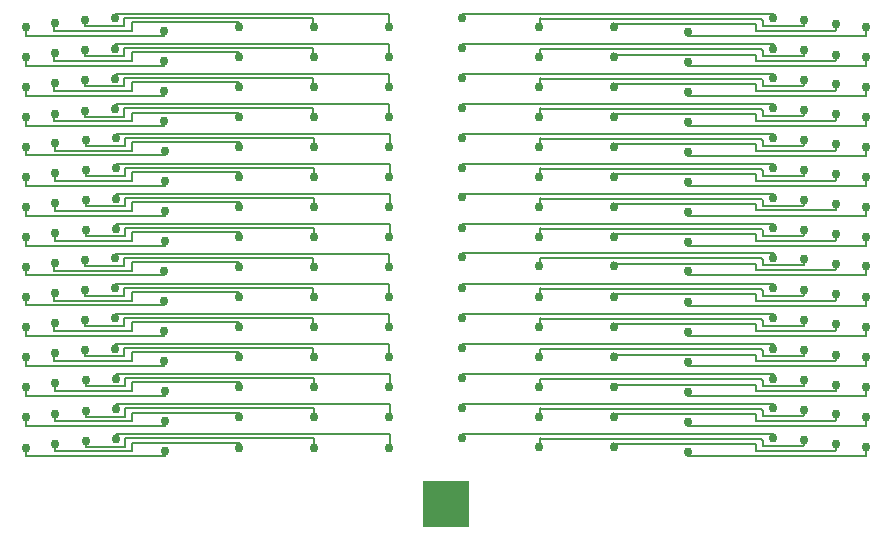
<source format=gbl>
G04 #@! TF.FileFunction,Copper,L2,Bot,Signal*
%FSLAX46Y46*%
G04 Gerber Fmt 4.6, Leading zero omitted, Abs format (unit mm)*
G04 Created by KiCad (PCBNEW 4.0.0-rc1-stable) date 09/10/2015 1:57:45 PM*
%MOMM*%
G01*
G04 APERTURE LIST*
%ADD10C,0.150000*%
%ADD11R,3.898900X3.898900*%
%ADD12C,0.762000*%
%ADD13C,0.177800*%
G04 APERTURE END LIST*
D10*
D11*
X76200000Y-83566000D03*
D12*
X103950000Y-42450000D03*
X77614780Y-42397520D03*
X84074000Y-43180000D03*
X106500000Y-42600000D03*
X90424000Y-43180000D03*
X109250000Y-42950000D03*
X96750000Y-43600000D03*
X111760000Y-43180000D03*
X77614780Y-44947520D03*
X103950000Y-45000000D03*
X106500000Y-45150000D03*
X84074000Y-45730000D03*
X109250000Y-45500000D03*
X90424000Y-45730000D03*
X111760000Y-45730000D03*
X96750000Y-46150000D03*
X77614780Y-47447520D03*
X103950000Y-47500000D03*
X106500000Y-47650000D03*
X84074000Y-48230000D03*
X109250000Y-48000000D03*
X90424000Y-48230000D03*
X111760000Y-48230000D03*
X96750000Y-48650000D03*
X103950000Y-50050000D03*
X77614780Y-49997520D03*
X84074000Y-50780000D03*
X106500000Y-50200000D03*
X90424000Y-50780000D03*
X109250000Y-50550000D03*
X96750000Y-51200000D03*
X111760000Y-50780000D03*
X77614780Y-52547520D03*
X103950000Y-52600000D03*
X106500000Y-52750000D03*
X84074000Y-53330000D03*
X109250000Y-53100000D03*
X90424000Y-53330000D03*
X111760000Y-53330000D03*
X96750000Y-53750000D03*
X103950000Y-55150000D03*
X77614780Y-55097520D03*
X84074000Y-55880000D03*
X106500000Y-55300000D03*
X90424000Y-55880000D03*
X109250000Y-55650000D03*
X96750000Y-56300000D03*
X111760000Y-55880000D03*
X103950000Y-57650000D03*
X77614780Y-57597520D03*
X84074000Y-58380000D03*
X106500000Y-57800000D03*
X90424000Y-58380000D03*
X109250000Y-58150000D03*
X96750000Y-58800000D03*
X111760000Y-58380000D03*
X77614780Y-60147520D03*
X103950000Y-60200000D03*
X106500000Y-60350000D03*
X84074000Y-60930000D03*
X109250000Y-60700000D03*
X90424000Y-60930000D03*
X111760000Y-60930000D03*
X96750000Y-61350000D03*
X77614780Y-62647520D03*
X103950000Y-62700000D03*
X106500000Y-62850000D03*
X84074000Y-63430000D03*
X109250000Y-63200000D03*
X90424000Y-63430000D03*
X111760000Y-63430000D03*
X96750000Y-63850000D03*
X103950000Y-65300000D03*
X77614780Y-65247520D03*
X84074000Y-66030000D03*
X106500000Y-65450000D03*
X90424000Y-66030000D03*
X109250000Y-65800000D03*
X96750000Y-66450000D03*
X111760000Y-66030000D03*
X77614780Y-67797520D03*
X103950000Y-67850000D03*
X106500000Y-68000000D03*
X84074000Y-68580000D03*
X109250000Y-68350000D03*
X90424000Y-68580000D03*
X111760000Y-68580000D03*
X96750000Y-69000000D03*
X103950000Y-70400000D03*
X77614780Y-70347520D03*
X84074000Y-71130000D03*
X106500000Y-70550000D03*
X90424000Y-71130000D03*
X109250000Y-70900000D03*
X96750000Y-71550000D03*
X111760000Y-71130000D03*
X77614780Y-72897520D03*
X103950000Y-72950000D03*
X106500000Y-73100000D03*
X84074000Y-73680000D03*
X109250000Y-73450000D03*
X90424000Y-73680000D03*
X111760000Y-73680000D03*
X96750000Y-74100000D03*
X103950000Y-75450000D03*
X77614780Y-75397520D03*
X106500000Y-75600000D03*
X84074000Y-76180000D03*
X109250000Y-75950000D03*
X90424000Y-76180000D03*
X111760000Y-76180000D03*
X96750000Y-76600000D03*
X103950000Y-78000000D03*
X77614780Y-77947520D03*
X84074000Y-78730000D03*
X106500000Y-78150000D03*
X90424000Y-78730000D03*
X109250000Y-78500000D03*
X96750000Y-79150000D03*
X111760000Y-78730000D03*
X52400000Y-79100000D03*
X40690000Y-78780000D03*
X58724000Y-78780000D03*
X43150000Y-78450000D03*
X65074000Y-78780000D03*
X65074000Y-78780000D03*
X45750000Y-78200000D03*
X71424000Y-78780000D03*
X71424000Y-78780000D03*
X48250000Y-78050000D03*
X71424000Y-78780000D03*
X52400000Y-76550000D03*
X40690000Y-76230000D03*
X58724000Y-76230000D03*
X43150000Y-75900000D03*
X65074000Y-76230000D03*
X65074000Y-76230000D03*
X45750000Y-75650000D03*
X48250000Y-75500000D03*
X71424000Y-76230000D03*
X71424000Y-76230000D03*
X71424000Y-76230000D03*
X40690000Y-73680000D03*
X52400000Y-74000000D03*
X43150000Y-73350000D03*
X58724000Y-73680000D03*
X65074000Y-73680000D03*
X45750000Y-73100000D03*
X65074000Y-73680000D03*
X71424000Y-73680000D03*
X71424000Y-73680000D03*
X71424000Y-73680000D03*
X48250000Y-72950000D03*
X40640000Y-71130000D03*
X52350000Y-71450000D03*
X43100000Y-70800000D03*
X58674000Y-71130000D03*
X65024000Y-71130000D03*
X45700000Y-70550000D03*
X65024000Y-71130000D03*
X71374000Y-71130000D03*
X71374000Y-71130000D03*
X71374000Y-71130000D03*
X48200000Y-70400000D03*
X52350000Y-68900000D03*
X40640000Y-68580000D03*
X58674000Y-68580000D03*
X43100000Y-68250000D03*
X65024000Y-68580000D03*
X65024000Y-68580000D03*
X45700000Y-68000000D03*
X48200000Y-67850000D03*
X71374000Y-68580000D03*
X71374000Y-68580000D03*
X71374000Y-68580000D03*
X52350000Y-66350000D03*
X40640000Y-66030000D03*
X58674000Y-66030000D03*
X43100000Y-65700000D03*
X65024000Y-66030000D03*
X65024000Y-66030000D03*
X45700000Y-65450000D03*
X71374000Y-66030000D03*
X71374000Y-66030000D03*
X48200000Y-65300000D03*
X71374000Y-66030000D03*
X40640000Y-63480000D03*
X52350000Y-63800000D03*
X43100000Y-63150000D03*
X58674000Y-63480000D03*
X65024000Y-63480000D03*
X45700000Y-62900000D03*
X65024000Y-63480000D03*
X71374000Y-63480000D03*
X71374000Y-63480000D03*
X71374000Y-63480000D03*
X48200000Y-62750000D03*
X40690000Y-60980000D03*
X52400000Y-61300000D03*
X43150000Y-60650000D03*
X58724000Y-60980000D03*
X65074000Y-60980000D03*
X45750000Y-60400000D03*
X65074000Y-60980000D03*
X71424000Y-60980000D03*
X48250000Y-60250000D03*
X71424000Y-60980000D03*
X71424000Y-60980000D03*
X52400000Y-58750000D03*
X40690000Y-58430000D03*
X58724000Y-58430000D03*
X43150000Y-58100000D03*
X65074000Y-58430000D03*
X65074000Y-58430000D03*
X45750000Y-57850000D03*
X71424000Y-58430000D03*
X71424000Y-58430000D03*
X48250000Y-57700000D03*
X71424000Y-58430000D03*
X52400000Y-56200000D03*
X40690000Y-55880000D03*
X58724000Y-55880000D03*
X43150000Y-55550000D03*
X65074000Y-55880000D03*
X65074000Y-55880000D03*
X45750000Y-55300000D03*
X71424000Y-55880000D03*
X71424000Y-55880000D03*
X48250000Y-55150000D03*
X71424000Y-55880000D03*
X40690000Y-53330000D03*
X52400000Y-53650000D03*
X43150000Y-53000000D03*
X58724000Y-53330000D03*
X65074000Y-53330000D03*
X45750000Y-52750000D03*
X65074000Y-53330000D03*
X71424000Y-53330000D03*
X71424000Y-53330000D03*
X71424000Y-53330000D03*
X48250000Y-52600000D03*
X52350000Y-51150000D03*
X40640000Y-50830000D03*
X58674000Y-50830000D03*
X43100000Y-50500000D03*
X65024000Y-50830000D03*
X65024000Y-50830000D03*
X45700000Y-50250000D03*
X71374000Y-50830000D03*
X71374000Y-50830000D03*
X48200000Y-50100000D03*
X71374000Y-50830000D03*
X40640000Y-48280000D03*
X52350000Y-48600000D03*
X43100000Y-47950000D03*
X58674000Y-48280000D03*
X45700000Y-47700000D03*
X65024000Y-48280000D03*
X65024000Y-48280000D03*
X71374000Y-48280000D03*
X71374000Y-48280000D03*
X71374000Y-48280000D03*
X48200000Y-47550000D03*
X40640000Y-45730000D03*
X52350000Y-46050000D03*
X43100000Y-45400000D03*
X58674000Y-45730000D03*
X65024000Y-45730000D03*
X45700000Y-45150000D03*
X65024000Y-45730000D03*
X71374000Y-45730000D03*
X71374000Y-45730000D03*
X71374000Y-45730000D03*
X48200000Y-45000000D03*
X52350000Y-43500000D03*
X40640000Y-43180000D03*
X58674000Y-43180000D03*
X43100000Y-42850000D03*
X65024000Y-43180000D03*
X65024000Y-43180000D03*
X45700000Y-42600000D03*
X71374000Y-43180000D03*
X71374000Y-43180000D03*
X48200000Y-42450000D03*
X71374000Y-43180000D03*
D13*
X77565780Y-42348520D02*
X77614780Y-42397520D01*
X77565780Y-42348520D02*
X77591180Y-42062800D01*
X77591180Y-42062800D02*
X77616180Y-42087800D01*
X77616180Y-42087800D02*
X103966180Y-42087800D01*
X103966180Y-42087800D02*
X103950000Y-42450000D01*
X106450000Y-43100000D02*
X106500000Y-43050000D01*
X106500000Y-43050000D02*
X106500000Y-42600000D01*
X103050000Y-43100000D02*
X103150000Y-43100000D01*
X103050000Y-42650000D02*
X103050000Y-43100000D01*
X102900000Y-42500000D02*
X103050000Y-42650000D01*
X84256598Y-42500000D02*
X102900000Y-42500000D01*
X84200000Y-42443402D02*
X84256598Y-42500000D01*
X84200000Y-43054000D02*
X84200000Y-42443402D01*
X84074000Y-43180000D02*
X84200000Y-43054000D01*
X103150000Y-43100000D02*
X106450000Y-43100000D01*
X109200000Y-43500000D02*
X109250000Y-43450000D01*
X90400000Y-43156000D02*
X90424000Y-43180000D01*
X90400000Y-43156000D02*
X90400000Y-42855602D01*
X90400000Y-42855602D02*
X90494398Y-42950000D01*
X90494398Y-42950000D02*
X102450000Y-42950000D01*
X102450000Y-42950000D02*
X102450000Y-43050000D01*
X102450000Y-43050000D02*
X102450000Y-43450000D01*
X102450000Y-43450000D02*
X102500000Y-43500000D01*
X109250000Y-43450000D02*
X109250000Y-42950000D01*
X102500000Y-43500000D02*
X109200000Y-43500000D01*
X111750000Y-43190000D02*
X111760000Y-43180000D01*
X111750000Y-43190000D02*
X111750000Y-43950000D01*
X111750000Y-43950000D02*
X96750000Y-43950000D01*
X96750000Y-43950000D02*
X96750000Y-43600000D01*
X103966180Y-44637800D02*
X103950000Y-45000000D01*
X77616180Y-44637800D02*
X103966180Y-44637800D01*
X77591180Y-44612800D02*
X77616180Y-44637800D01*
X77565780Y-44898520D02*
X77591180Y-44612800D01*
X77565780Y-44898520D02*
X77614780Y-44947520D01*
X103150000Y-45650000D02*
X106450000Y-45650000D01*
X84074000Y-45730000D02*
X84200000Y-45604000D01*
X84200000Y-45604000D02*
X84200000Y-44993402D01*
X84200000Y-44993402D02*
X84256598Y-45050000D01*
X84256598Y-45050000D02*
X102900000Y-45050000D01*
X102900000Y-45050000D02*
X103050000Y-45200000D01*
X103050000Y-45200000D02*
X103050000Y-45650000D01*
X103050000Y-45650000D02*
X103150000Y-45650000D01*
X106500000Y-45600000D02*
X106500000Y-45150000D01*
X106450000Y-45650000D02*
X106500000Y-45600000D01*
X102500000Y-46050000D02*
X109200000Y-46050000D01*
X109250000Y-46000000D02*
X109250000Y-45500000D01*
X102450000Y-46000000D02*
X102500000Y-46050000D01*
X102450000Y-45600000D02*
X102450000Y-46000000D01*
X102450000Y-45500000D02*
X102450000Y-45600000D01*
X90494398Y-45500000D02*
X102450000Y-45500000D01*
X90400000Y-45405602D02*
X90494398Y-45500000D01*
X90400000Y-45706000D02*
X90400000Y-45405602D01*
X90400000Y-45706000D02*
X90424000Y-45730000D01*
X109200000Y-46050000D02*
X109250000Y-46000000D01*
X96750000Y-46500000D02*
X96750000Y-46150000D01*
X111750000Y-46500000D02*
X96750000Y-46500000D01*
X111750000Y-45740000D02*
X111750000Y-46500000D01*
X111750000Y-45740000D02*
X111760000Y-45730000D01*
X103966180Y-47137800D02*
X103950000Y-47500000D01*
X77616180Y-47137800D02*
X103966180Y-47137800D01*
X77591180Y-47112800D02*
X77616180Y-47137800D01*
X77565780Y-47398520D02*
X77591180Y-47112800D01*
X77565780Y-47398520D02*
X77614780Y-47447520D01*
X103150000Y-48150000D02*
X106450000Y-48150000D01*
X84074000Y-48230000D02*
X84200000Y-48104000D01*
X84200000Y-48104000D02*
X84200000Y-47493402D01*
X84200000Y-47493402D02*
X84256598Y-47550000D01*
X84256598Y-47550000D02*
X102900000Y-47550000D01*
X102900000Y-47550000D02*
X103050000Y-47700000D01*
X103050000Y-47700000D02*
X103050000Y-48150000D01*
X103050000Y-48150000D02*
X103150000Y-48150000D01*
X106500000Y-48100000D02*
X106500000Y-47650000D01*
X106450000Y-48150000D02*
X106500000Y-48100000D01*
X102500000Y-48550000D02*
X109200000Y-48550000D01*
X109250000Y-48500000D02*
X109250000Y-48000000D01*
X102450000Y-48500000D02*
X102500000Y-48550000D01*
X102450000Y-48100000D02*
X102450000Y-48500000D01*
X102450000Y-48000000D02*
X102450000Y-48100000D01*
X90494398Y-48000000D02*
X102450000Y-48000000D01*
X90400000Y-47905602D02*
X90494398Y-48000000D01*
X90400000Y-48206000D02*
X90400000Y-47905602D01*
X90400000Y-48206000D02*
X90424000Y-48230000D01*
X109200000Y-48550000D02*
X109250000Y-48500000D01*
X96750000Y-49000000D02*
X96750000Y-48650000D01*
X111750000Y-49000000D02*
X96750000Y-49000000D01*
X111750000Y-48240000D02*
X111750000Y-49000000D01*
X111750000Y-48240000D02*
X111760000Y-48230000D01*
X77565780Y-49948520D02*
X77614780Y-49997520D01*
X77565780Y-49948520D02*
X77591180Y-49662800D01*
X77591180Y-49662800D02*
X77616180Y-49687800D01*
X77616180Y-49687800D02*
X103966180Y-49687800D01*
X103966180Y-49687800D02*
X103950000Y-50050000D01*
X106450000Y-50700000D02*
X106500000Y-50650000D01*
X106500000Y-50650000D02*
X106500000Y-50200000D01*
X103050000Y-50700000D02*
X103150000Y-50700000D01*
X103050000Y-50250000D02*
X103050000Y-50700000D01*
X102900000Y-50100000D02*
X103050000Y-50250000D01*
X84256598Y-50100000D02*
X102900000Y-50100000D01*
X84200000Y-50043402D02*
X84256598Y-50100000D01*
X84200000Y-50654000D02*
X84200000Y-50043402D01*
X84074000Y-50780000D02*
X84200000Y-50654000D01*
X103150000Y-50700000D02*
X106450000Y-50700000D01*
X109200000Y-51100000D02*
X109250000Y-51050000D01*
X90400000Y-50756000D02*
X90424000Y-50780000D01*
X90400000Y-50756000D02*
X90400000Y-50455602D01*
X90400000Y-50455602D02*
X90494398Y-50550000D01*
X90494398Y-50550000D02*
X102450000Y-50550000D01*
X102450000Y-50550000D02*
X102450000Y-50650000D01*
X102450000Y-50650000D02*
X102450000Y-51050000D01*
X102450000Y-51050000D02*
X102500000Y-51100000D01*
X109250000Y-51050000D02*
X109250000Y-50550000D01*
X102500000Y-51100000D02*
X109200000Y-51100000D01*
X111750000Y-50790000D02*
X111760000Y-50780000D01*
X111750000Y-50790000D02*
X111750000Y-51550000D01*
X111750000Y-51550000D02*
X96750000Y-51550000D01*
X96750000Y-51550000D02*
X96750000Y-51200000D01*
X103966180Y-52237800D02*
X103950000Y-52600000D01*
X77616180Y-52237800D02*
X103966180Y-52237800D01*
X77591180Y-52212800D02*
X77616180Y-52237800D01*
X77565780Y-52498520D02*
X77591180Y-52212800D01*
X77565780Y-52498520D02*
X77614780Y-52547520D01*
X103150000Y-53250000D02*
X106450000Y-53250000D01*
X84074000Y-53330000D02*
X84200000Y-53204000D01*
X84200000Y-53204000D02*
X84200000Y-52593402D01*
X84200000Y-52593402D02*
X84256598Y-52650000D01*
X84256598Y-52650000D02*
X102900000Y-52650000D01*
X102900000Y-52650000D02*
X103050000Y-52800000D01*
X103050000Y-52800000D02*
X103050000Y-53250000D01*
X103050000Y-53250000D02*
X103150000Y-53250000D01*
X106500000Y-53200000D02*
X106500000Y-52750000D01*
X106450000Y-53250000D02*
X106500000Y-53200000D01*
X102500000Y-53650000D02*
X109200000Y-53650000D01*
X109250000Y-53600000D02*
X109250000Y-53100000D01*
X102450000Y-53600000D02*
X102500000Y-53650000D01*
X102450000Y-53200000D02*
X102450000Y-53600000D01*
X102450000Y-53100000D02*
X102450000Y-53200000D01*
X90494398Y-53100000D02*
X102450000Y-53100000D01*
X90400000Y-53005602D02*
X90494398Y-53100000D01*
X90400000Y-53306000D02*
X90400000Y-53005602D01*
X90400000Y-53306000D02*
X90424000Y-53330000D01*
X109200000Y-53650000D02*
X109250000Y-53600000D01*
X96750000Y-54100000D02*
X96750000Y-53750000D01*
X111750000Y-54100000D02*
X96750000Y-54100000D01*
X111750000Y-53340000D02*
X111750000Y-54100000D01*
X111750000Y-53340000D02*
X111760000Y-53330000D01*
X77565780Y-55048520D02*
X77614780Y-55097520D01*
X77565780Y-55048520D02*
X77591180Y-54762800D01*
X77591180Y-54762800D02*
X77616180Y-54787800D01*
X77616180Y-54787800D02*
X103966180Y-54787800D01*
X103966180Y-54787800D02*
X103950000Y-55150000D01*
X106450000Y-55800000D02*
X106500000Y-55750000D01*
X106500000Y-55750000D02*
X106500000Y-55300000D01*
X103050000Y-55800000D02*
X103150000Y-55800000D01*
X103050000Y-55350000D02*
X103050000Y-55800000D01*
X102900000Y-55200000D02*
X103050000Y-55350000D01*
X84256598Y-55200000D02*
X102900000Y-55200000D01*
X84200000Y-55143402D02*
X84256598Y-55200000D01*
X84200000Y-55754000D02*
X84200000Y-55143402D01*
X84074000Y-55880000D02*
X84200000Y-55754000D01*
X103150000Y-55800000D02*
X106450000Y-55800000D01*
X109200000Y-56200000D02*
X109250000Y-56150000D01*
X90400000Y-55856000D02*
X90424000Y-55880000D01*
X90400000Y-55856000D02*
X90400000Y-55555602D01*
X90400000Y-55555602D02*
X90494398Y-55650000D01*
X90494398Y-55650000D02*
X102450000Y-55650000D01*
X102450000Y-55650000D02*
X102450000Y-55750000D01*
X102450000Y-55750000D02*
X102450000Y-56150000D01*
X102450000Y-56150000D02*
X102500000Y-56200000D01*
X109250000Y-56150000D02*
X109250000Y-55650000D01*
X102500000Y-56200000D02*
X109200000Y-56200000D01*
X111750000Y-55890000D02*
X111760000Y-55880000D01*
X111750000Y-55890000D02*
X111750000Y-56650000D01*
X111750000Y-56650000D02*
X96750000Y-56650000D01*
X96750000Y-56650000D02*
X96750000Y-56300000D01*
X77565780Y-57548520D02*
X77614780Y-57597520D01*
X77565780Y-57548520D02*
X77591180Y-57262800D01*
X77591180Y-57262800D02*
X77616180Y-57287800D01*
X77616180Y-57287800D02*
X103966180Y-57287800D01*
X103966180Y-57287800D02*
X103950000Y-57650000D01*
X106450000Y-58300000D02*
X106500000Y-58250000D01*
X106500000Y-58250000D02*
X106500000Y-57800000D01*
X103050000Y-58300000D02*
X103150000Y-58300000D01*
X103050000Y-57850000D02*
X103050000Y-58300000D01*
X102900000Y-57700000D02*
X103050000Y-57850000D01*
X84256598Y-57700000D02*
X102900000Y-57700000D01*
X84200000Y-57643402D02*
X84256598Y-57700000D01*
X84200000Y-58254000D02*
X84200000Y-57643402D01*
X84074000Y-58380000D02*
X84200000Y-58254000D01*
X103150000Y-58300000D02*
X106450000Y-58300000D01*
X109200000Y-58700000D02*
X109250000Y-58650000D01*
X90400000Y-58356000D02*
X90424000Y-58380000D01*
X90400000Y-58356000D02*
X90400000Y-58055602D01*
X90400000Y-58055602D02*
X90494398Y-58150000D01*
X90494398Y-58150000D02*
X102450000Y-58150000D01*
X102450000Y-58150000D02*
X102450000Y-58250000D01*
X102450000Y-58250000D02*
X102450000Y-58650000D01*
X102450000Y-58650000D02*
X102500000Y-58700000D01*
X109250000Y-58650000D02*
X109250000Y-58150000D01*
X102500000Y-58700000D02*
X109200000Y-58700000D01*
X111750000Y-58390000D02*
X111760000Y-58380000D01*
X111750000Y-58390000D02*
X111750000Y-59150000D01*
X111750000Y-59150000D02*
X96750000Y-59150000D01*
X96750000Y-59150000D02*
X96750000Y-58800000D01*
X103966180Y-59837800D02*
X103950000Y-60200000D01*
X77616180Y-59837800D02*
X103966180Y-59837800D01*
X77591180Y-59812800D02*
X77616180Y-59837800D01*
X77565780Y-60098520D02*
X77591180Y-59812800D01*
X77565780Y-60098520D02*
X77614780Y-60147520D01*
X103150000Y-60850000D02*
X106450000Y-60850000D01*
X84074000Y-60930000D02*
X84200000Y-60804000D01*
X84200000Y-60804000D02*
X84200000Y-60193402D01*
X84200000Y-60193402D02*
X84256598Y-60250000D01*
X84256598Y-60250000D02*
X102900000Y-60250000D01*
X102900000Y-60250000D02*
X103050000Y-60400000D01*
X103050000Y-60400000D02*
X103050000Y-60850000D01*
X103050000Y-60850000D02*
X103150000Y-60850000D01*
X106500000Y-60800000D02*
X106500000Y-60350000D01*
X106450000Y-60850000D02*
X106500000Y-60800000D01*
X102500000Y-61250000D02*
X109200000Y-61250000D01*
X109250000Y-61200000D02*
X109250000Y-60700000D01*
X102450000Y-61200000D02*
X102500000Y-61250000D01*
X102450000Y-60800000D02*
X102450000Y-61200000D01*
X102450000Y-60700000D02*
X102450000Y-60800000D01*
X90494398Y-60700000D02*
X102450000Y-60700000D01*
X90400000Y-60605602D02*
X90494398Y-60700000D01*
X90400000Y-60906000D02*
X90400000Y-60605602D01*
X90400000Y-60906000D02*
X90424000Y-60930000D01*
X109200000Y-61250000D02*
X109250000Y-61200000D01*
X96750000Y-61700000D02*
X96750000Y-61350000D01*
X111750000Y-61700000D02*
X96750000Y-61700000D01*
X111750000Y-60940000D02*
X111750000Y-61700000D01*
X111750000Y-60940000D02*
X111760000Y-60930000D01*
X103966180Y-62337800D02*
X103950000Y-62700000D01*
X77616180Y-62337800D02*
X103966180Y-62337800D01*
X77591180Y-62312800D02*
X77616180Y-62337800D01*
X77565780Y-62598520D02*
X77591180Y-62312800D01*
X77565780Y-62598520D02*
X77614780Y-62647520D01*
X103150000Y-63350000D02*
X106450000Y-63350000D01*
X84074000Y-63430000D02*
X84200000Y-63304000D01*
X84200000Y-63304000D02*
X84200000Y-62693402D01*
X84200000Y-62693402D02*
X84256598Y-62750000D01*
X84256598Y-62750000D02*
X102900000Y-62750000D01*
X102900000Y-62750000D02*
X103050000Y-62900000D01*
X103050000Y-62900000D02*
X103050000Y-63350000D01*
X103050000Y-63350000D02*
X103150000Y-63350000D01*
X106500000Y-63300000D02*
X106500000Y-62850000D01*
X106450000Y-63350000D02*
X106500000Y-63300000D01*
X102500000Y-63750000D02*
X109200000Y-63750000D01*
X109250000Y-63700000D02*
X109250000Y-63200000D01*
X102450000Y-63700000D02*
X102500000Y-63750000D01*
X102450000Y-63300000D02*
X102450000Y-63700000D01*
X102450000Y-63200000D02*
X102450000Y-63300000D01*
X90494398Y-63200000D02*
X102450000Y-63200000D01*
X90400000Y-63105602D02*
X90494398Y-63200000D01*
X90400000Y-63406000D02*
X90400000Y-63105602D01*
X90400000Y-63406000D02*
X90424000Y-63430000D01*
X109200000Y-63750000D02*
X109250000Y-63700000D01*
X96750000Y-64200000D02*
X96750000Y-63850000D01*
X111750000Y-64200000D02*
X96750000Y-64200000D01*
X111750000Y-63440000D02*
X111750000Y-64200000D01*
X111750000Y-63440000D02*
X111760000Y-63430000D01*
X77565780Y-65198520D02*
X77614780Y-65247520D01*
X77565780Y-65198520D02*
X77591180Y-64912800D01*
X77591180Y-64912800D02*
X77616180Y-64937800D01*
X77616180Y-64937800D02*
X103966180Y-64937800D01*
X103966180Y-64937800D02*
X103950000Y-65300000D01*
X106450000Y-65950000D02*
X106500000Y-65900000D01*
X106500000Y-65900000D02*
X106500000Y-65450000D01*
X103050000Y-65950000D02*
X103150000Y-65950000D01*
X103050000Y-65500000D02*
X103050000Y-65950000D01*
X102900000Y-65350000D02*
X103050000Y-65500000D01*
X84256598Y-65350000D02*
X102900000Y-65350000D01*
X84200000Y-65293402D02*
X84256598Y-65350000D01*
X84200000Y-65904000D02*
X84200000Y-65293402D01*
X84074000Y-66030000D02*
X84200000Y-65904000D01*
X103150000Y-65950000D02*
X106450000Y-65950000D01*
X109200000Y-66350000D02*
X109250000Y-66300000D01*
X90400000Y-66006000D02*
X90424000Y-66030000D01*
X90400000Y-66006000D02*
X90400000Y-65705602D01*
X90400000Y-65705602D02*
X90494398Y-65800000D01*
X90494398Y-65800000D02*
X102450000Y-65800000D01*
X102450000Y-65800000D02*
X102450000Y-65900000D01*
X102450000Y-65900000D02*
X102450000Y-66300000D01*
X102450000Y-66300000D02*
X102500000Y-66350000D01*
X109250000Y-66300000D02*
X109250000Y-65800000D01*
X102500000Y-66350000D02*
X109200000Y-66350000D01*
X111750000Y-66040000D02*
X111760000Y-66030000D01*
X111750000Y-66040000D02*
X111750000Y-66800000D01*
X111750000Y-66800000D02*
X96750000Y-66800000D01*
X96750000Y-66800000D02*
X96750000Y-66450000D01*
X103966180Y-67487800D02*
X103950000Y-67850000D01*
X77616180Y-67487800D02*
X103966180Y-67487800D01*
X77591180Y-67462800D02*
X77616180Y-67487800D01*
X77565780Y-67748520D02*
X77591180Y-67462800D01*
X77565780Y-67748520D02*
X77614780Y-67797520D01*
X103150000Y-68500000D02*
X106450000Y-68500000D01*
X84074000Y-68580000D02*
X84200000Y-68454000D01*
X84200000Y-68454000D02*
X84200000Y-67843402D01*
X84200000Y-67843402D02*
X84256598Y-67900000D01*
X84256598Y-67900000D02*
X102900000Y-67900000D01*
X102900000Y-67900000D02*
X103050000Y-68050000D01*
X103050000Y-68050000D02*
X103050000Y-68500000D01*
X103050000Y-68500000D02*
X103150000Y-68500000D01*
X106500000Y-68450000D02*
X106500000Y-68000000D01*
X106450000Y-68500000D02*
X106500000Y-68450000D01*
X102500000Y-68900000D02*
X109200000Y-68900000D01*
X109250000Y-68850000D02*
X109250000Y-68350000D01*
X102450000Y-68850000D02*
X102500000Y-68900000D01*
X102450000Y-68450000D02*
X102450000Y-68850000D01*
X102450000Y-68350000D02*
X102450000Y-68450000D01*
X90494398Y-68350000D02*
X102450000Y-68350000D01*
X90400000Y-68255602D02*
X90494398Y-68350000D01*
X90400000Y-68556000D02*
X90400000Y-68255602D01*
X90400000Y-68556000D02*
X90424000Y-68580000D01*
X109200000Y-68900000D02*
X109250000Y-68850000D01*
X96750000Y-69350000D02*
X96750000Y-69000000D01*
X111750000Y-69350000D02*
X96750000Y-69350000D01*
X111750000Y-68590000D02*
X111750000Y-69350000D01*
X111750000Y-68590000D02*
X111760000Y-68580000D01*
X77565780Y-70298520D02*
X77614780Y-70347520D01*
X77565780Y-70298520D02*
X77591180Y-70012800D01*
X77591180Y-70012800D02*
X77616180Y-70037800D01*
X77616180Y-70037800D02*
X103966180Y-70037800D01*
X103966180Y-70037800D02*
X103950000Y-70400000D01*
X106450000Y-71050000D02*
X106500000Y-71000000D01*
X106500000Y-71000000D02*
X106500000Y-70550000D01*
X103050000Y-71050000D02*
X103150000Y-71050000D01*
X103050000Y-70600000D02*
X103050000Y-71050000D01*
X102900000Y-70450000D02*
X103050000Y-70600000D01*
X84256598Y-70450000D02*
X102900000Y-70450000D01*
X84200000Y-70393402D02*
X84256598Y-70450000D01*
X84200000Y-71004000D02*
X84200000Y-70393402D01*
X84074000Y-71130000D02*
X84200000Y-71004000D01*
X103150000Y-71050000D02*
X106450000Y-71050000D01*
X109200000Y-71450000D02*
X109250000Y-71400000D01*
X90400000Y-71106000D02*
X90424000Y-71130000D01*
X90400000Y-71106000D02*
X90400000Y-70805602D01*
X90400000Y-70805602D02*
X90494398Y-70900000D01*
X90494398Y-70900000D02*
X102450000Y-70900000D01*
X102450000Y-70900000D02*
X102450000Y-71000000D01*
X102450000Y-71000000D02*
X102450000Y-71400000D01*
X102450000Y-71400000D02*
X102500000Y-71450000D01*
X109250000Y-71400000D02*
X109250000Y-70900000D01*
X102500000Y-71450000D02*
X109200000Y-71450000D01*
X111750000Y-71140000D02*
X111760000Y-71130000D01*
X111750000Y-71140000D02*
X111750000Y-71900000D01*
X111750000Y-71900000D02*
X96750000Y-71900000D01*
X96750000Y-71900000D02*
X96750000Y-71550000D01*
X103966180Y-72587800D02*
X103950000Y-72950000D01*
X77616180Y-72587800D02*
X103966180Y-72587800D01*
X77591180Y-72562800D02*
X77616180Y-72587800D01*
X77565780Y-72848520D02*
X77591180Y-72562800D01*
X77565780Y-72848520D02*
X77614780Y-72897520D01*
X103150000Y-73600000D02*
X106450000Y-73600000D01*
X84074000Y-73680000D02*
X84200000Y-73554000D01*
X84200000Y-73554000D02*
X84200000Y-72943402D01*
X84200000Y-72943402D02*
X84256598Y-73000000D01*
X84256598Y-73000000D02*
X102900000Y-73000000D01*
X102900000Y-73000000D02*
X103050000Y-73150000D01*
X103050000Y-73150000D02*
X103050000Y-73600000D01*
X103050000Y-73600000D02*
X103150000Y-73600000D01*
X106500000Y-73550000D02*
X106500000Y-73100000D01*
X106450000Y-73600000D02*
X106500000Y-73550000D01*
X102500000Y-74000000D02*
X109200000Y-74000000D01*
X109250000Y-73950000D02*
X109250000Y-73450000D01*
X102450000Y-73950000D02*
X102500000Y-74000000D01*
X102450000Y-73550000D02*
X102450000Y-73950000D01*
X102450000Y-73450000D02*
X102450000Y-73550000D01*
X90494398Y-73450000D02*
X102450000Y-73450000D01*
X90400000Y-73355602D02*
X90494398Y-73450000D01*
X90400000Y-73656000D02*
X90400000Y-73355602D01*
X90400000Y-73656000D02*
X90424000Y-73680000D01*
X109200000Y-74000000D02*
X109250000Y-73950000D01*
X96750000Y-74450000D02*
X96750000Y-74100000D01*
X111750000Y-74450000D02*
X96750000Y-74450000D01*
X111750000Y-73690000D02*
X111750000Y-74450000D01*
X111750000Y-73690000D02*
X111760000Y-73680000D01*
X77565780Y-75348520D02*
X77614780Y-75397520D01*
X77565780Y-75348520D02*
X77591180Y-75062800D01*
X77591180Y-75062800D02*
X77616180Y-75087800D01*
X77616180Y-75087800D02*
X103966180Y-75087800D01*
X103966180Y-75087800D02*
X103950000Y-75450000D01*
X103150000Y-76100000D02*
X106450000Y-76100000D01*
X84074000Y-76180000D02*
X84200000Y-76054000D01*
X84200000Y-76054000D02*
X84200000Y-75443402D01*
X84200000Y-75443402D02*
X84256598Y-75500000D01*
X84256598Y-75500000D02*
X102900000Y-75500000D01*
X102900000Y-75500000D02*
X103050000Y-75650000D01*
X103050000Y-75650000D02*
X103050000Y-76100000D01*
X103050000Y-76100000D02*
X103150000Y-76100000D01*
X106500000Y-76050000D02*
X106500000Y-75600000D01*
X106450000Y-76100000D02*
X106500000Y-76050000D01*
X102500000Y-76500000D02*
X109200000Y-76500000D01*
X109250000Y-76450000D02*
X109250000Y-75950000D01*
X102450000Y-76450000D02*
X102500000Y-76500000D01*
X102450000Y-76050000D02*
X102450000Y-76450000D01*
X102450000Y-75950000D02*
X102450000Y-76050000D01*
X90494398Y-75950000D02*
X102450000Y-75950000D01*
X90400000Y-75855602D02*
X90494398Y-75950000D01*
X90400000Y-76156000D02*
X90400000Y-75855602D01*
X90400000Y-76156000D02*
X90424000Y-76180000D01*
X109200000Y-76500000D02*
X109250000Y-76450000D01*
X96750000Y-76950000D02*
X96750000Y-76600000D01*
X111750000Y-76950000D02*
X96750000Y-76950000D01*
X111750000Y-76190000D02*
X111750000Y-76950000D01*
X111750000Y-76190000D02*
X111760000Y-76180000D01*
X77565780Y-77898520D02*
X77614780Y-77947520D01*
X77565780Y-77898520D02*
X77591180Y-77612800D01*
X77591180Y-77612800D02*
X77616180Y-77637800D01*
X77616180Y-77637800D02*
X103966180Y-77637800D01*
X103966180Y-77637800D02*
X103950000Y-78000000D01*
X106450000Y-78650000D02*
X106500000Y-78600000D01*
X106500000Y-78600000D02*
X106500000Y-78150000D01*
X103050000Y-78650000D02*
X103150000Y-78650000D01*
X103050000Y-78200000D02*
X103050000Y-78650000D01*
X102900000Y-78050000D02*
X103050000Y-78200000D01*
X84256598Y-78050000D02*
X102900000Y-78050000D01*
X84200000Y-77993402D02*
X84256598Y-78050000D01*
X84200000Y-78604000D02*
X84200000Y-77993402D01*
X84074000Y-78730000D02*
X84200000Y-78604000D01*
X103150000Y-78650000D02*
X106450000Y-78650000D01*
X109200000Y-79050000D02*
X109250000Y-79000000D01*
X90400000Y-78706000D02*
X90424000Y-78730000D01*
X90400000Y-78706000D02*
X90400000Y-78405602D01*
X90400000Y-78405602D02*
X90494398Y-78500000D01*
X90494398Y-78500000D02*
X102450000Y-78500000D01*
X102450000Y-78500000D02*
X102450000Y-78600000D01*
X102450000Y-78600000D02*
X102450000Y-79000000D01*
X102450000Y-79000000D02*
X102500000Y-79050000D01*
X109250000Y-79000000D02*
X109250000Y-78500000D01*
X102500000Y-79050000D02*
X109200000Y-79050000D01*
X111750000Y-78740000D02*
X111760000Y-78730000D01*
X111750000Y-78740000D02*
X111750000Y-79500000D01*
X111750000Y-79500000D02*
X96750000Y-79500000D01*
X96750000Y-79500000D02*
X96750000Y-79150000D01*
X40700000Y-78790000D02*
X40690000Y-78780000D01*
X40700000Y-78790000D02*
X40700000Y-79500000D01*
X40700000Y-79500000D02*
X52400000Y-79500000D01*
X52400000Y-79500000D02*
X52400000Y-79100000D01*
X43100000Y-78500000D02*
X43150000Y-78450000D01*
X49650000Y-79100000D02*
X43100000Y-79100000D01*
X49650000Y-78361204D02*
X49650000Y-79100000D01*
X58750000Y-78361204D02*
X49650000Y-78361204D01*
X58750000Y-78754000D02*
X58750000Y-78361204D01*
X58724000Y-78780000D02*
X58750000Y-78754000D01*
X43100000Y-79100000D02*
X43100000Y-78500000D01*
X45750000Y-78700000D02*
X49050000Y-78700000D01*
X65050000Y-78756000D02*
X65074000Y-78780000D01*
X65050000Y-78756000D02*
X65050000Y-78005602D01*
X65050000Y-78005602D02*
X49050000Y-78005602D01*
X49050000Y-78005602D02*
X49050000Y-78700000D01*
X45750000Y-78700000D02*
X45750000Y-78200000D01*
X71450000Y-78754000D02*
X71424000Y-78780000D01*
X71450000Y-78754000D02*
X71450000Y-77650000D01*
X71450000Y-77650000D02*
X48300000Y-77650000D01*
X48300000Y-77650000D02*
X48250000Y-77700000D01*
X48250000Y-77700000D02*
X48250000Y-78050000D01*
X40700000Y-76240000D02*
X40690000Y-76230000D01*
X40700000Y-76240000D02*
X40700000Y-76950000D01*
X40700000Y-76950000D02*
X52400000Y-76950000D01*
X52400000Y-76950000D02*
X52400000Y-76550000D01*
X43100000Y-75950000D02*
X43150000Y-75900000D01*
X49650000Y-76550000D02*
X43100000Y-76550000D01*
X49650000Y-75811204D02*
X49650000Y-76550000D01*
X58750000Y-75811204D02*
X49650000Y-75811204D01*
X58750000Y-76204000D02*
X58750000Y-75811204D01*
X58724000Y-76230000D02*
X58750000Y-76204000D01*
X43100000Y-76550000D02*
X43100000Y-75950000D01*
X45750000Y-76150000D02*
X49050000Y-76150000D01*
X65050000Y-76206000D02*
X65074000Y-76230000D01*
X65050000Y-76206000D02*
X65050000Y-75455602D01*
X65050000Y-75455602D02*
X49050000Y-75455602D01*
X49050000Y-75455602D02*
X49050000Y-76150000D01*
X45750000Y-76150000D02*
X45750000Y-75650000D01*
X71450000Y-76204000D02*
X71424000Y-76230000D01*
X71450000Y-76204000D02*
X71450000Y-75100000D01*
X71450000Y-75100000D02*
X48300000Y-75100000D01*
X48300000Y-75100000D02*
X48250000Y-75150000D01*
X48250000Y-75150000D02*
X48250000Y-75500000D01*
X52400000Y-74400000D02*
X52400000Y-74000000D01*
X40700000Y-74400000D02*
X52400000Y-74400000D01*
X40700000Y-73690000D02*
X40700000Y-74400000D01*
X40700000Y-73690000D02*
X40690000Y-73680000D01*
X43100000Y-74000000D02*
X43100000Y-73400000D01*
X58724000Y-73680000D02*
X58750000Y-73654000D01*
X58750000Y-73654000D02*
X58750000Y-73261204D01*
X58750000Y-73261204D02*
X49650000Y-73261204D01*
X49650000Y-73261204D02*
X49650000Y-74000000D01*
X49650000Y-74000000D02*
X43100000Y-74000000D01*
X43100000Y-73400000D02*
X43150000Y-73350000D01*
X45750000Y-73600000D02*
X45750000Y-73100000D01*
X49050000Y-72905602D02*
X49050000Y-73600000D01*
X65050000Y-72905602D02*
X49050000Y-72905602D01*
X65050000Y-73656000D02*
X65050000Y-72905602D01*
X65050000Y-73656000D02*
X65074000Y-73680000D01*
X45750000Y-73600000D02*
X49050000Y-73600000D01*
X48250000Y-72600000D02*
X48250000Y-72950000D01*
X48300000Y-72550000D02*
X48250000Y-72600000D01*
X71450000Y-72550000D02*
X48300000Y-72550000D01*
X71450000Y-73654000D02*
X71450000Y-72550000D01*
X71450000Y-73654000D02*
X71424000Y-73680000D01*
X52350000Y-71850000D02*
X52350000Y-71450000D01*
X40650000Y-71850000D02*
X52350000Y-71850000D01*
X40650000Y-71140000D02*
X40650000Y-71850000D01*
X40650000Y-71140000D02*
X40640000Y-71130000D01*
X43050000Y-71450000D02*
X43050000Y-70850000D01*
X58674000Y-71130000D02*
X58700000Y-71104000D01*
X58700000Y-71104000D02*
X58700000Y-70711204D01*
X58700000Y-70711204D02*
X49600000Y-70711204D01*
X49600000Y-70711204D02*
X49600000Y-71450000D01*
X49600000Y-71450000D02*
X43050000Y-71450000D01*
X43050000Y-70850000D02*
X43100000Y-70800000D01*
X45700000Y-71050000D02*
X45700000Y-70550000D01*
X49000000Y-70355602D02*
X49000000Y-71050000D01*
X65000000Y-70355602D02*
X49000000Y-70355602D01*
X65000000Y-71106000D02*
X65000000Y-70355602D01*
X65000000Y-71106000D02*
X65024000Y-71130000D01*
X45700000Y-71050000D02*
X49000000Y-71050000D01*
X48200000Y-70050000D02*
X48200000Y-70400000D01*
X48250000Y-70000000D02*
X48200000Y-70050000D01*
X71400000Y-70000000D02*
X48250000Y-70000000D01*
X71400000Y-71104000D02*
X71400000Y-70000000D01*
X71400000Y-71104000D02*
X71374000Y-71130000D01*
X40650000Y-68590000D02*
X40640000Y-68580000D01*
X40650000Y-68590000D02*
X40650000Y-69300000D01*
X40650000Y-69300000D02*
X52350000Y-69300000D01*
X52350000Y-69300000D02*
X52350000Y-68900000D01*
X43050000Y-68300000D02*
X43100000Y-68250000D01*
X49600000Y-68900000D02*
X43050000Y-68900000D01*
X49600000Y-68161204D02*
X49600000Y-68900000D01*
X58700000Y-68161204D02*
X49600000Y-68161204D01*
X58700000Y-68554000D02*
X58700000Y-68161204D01*
X58674000Y-68580000D02*
X58700000Y-68554000D01*
X43050000Y-68900000D02*
X43050000Y-68300000D01*
X45700000Y-68500000D02*
X49000000Y-68500000D01*
X65000000Y-68556000D02*
X65024000Y-68580000D01*
X65000000Y-68556000D02*
X65000000Y-67805602D01*
X65000000Y-67805602D02*
X49000000Y-67805602D01*
X49000000Y-67805602D02*
X49000000Y-68500000D01*
X45700000Y-68500000D02*
X45700000Y-68000000D01*
X71400000Y-68554000D02*
X71374000Y-68580000D01*
X71400000Y-68554000D02*
X71400000Y-67450000D01*
X71400000Y-67450000D02*
X48250000Y-67450000D01*
X48250000Y-67450000D02*
X48200000Y-67500000D01*
X48200000Y-67500000D02*
X48200000Y-67850000D01*
X40650000Y-66040000D02*
X40640000Y-66030000D01*
X40650000Y-66040000D02*
X40650000Y-66750000D01*
X40650000Y-66750000D02*
X52350000Y-66750000D01*
X52350000Y-66750000D02*
X52350000Y-66350000D01*
X43050000Y-65750000D02*
X43100000Y-65700000D01*
X49600000Y-66350000D02*
X43050000Y-66350000D01*
X49600000Y-65611204D02*
X49600000Y-66350000D01*
X58700000Y-65611204D02*
X49600000Y-65611204D01*
X58700000Y-66004000D02*
X58700000Y-65611204D01*
X58674000Y-66030000D02*
X58700000Y-66004000D01*
X43050000Y-66350000D02*
X43050000Y-65750000D01*
X45700000Y-65950000D02*
X49000000Y-65950000D01*
X65000000Y-66006000D02*
X65024000Y-66030000D01*
X65000000Y-66006000D02*
X65000000Y-65255602D01*
X65000000Y-65255602D02*
X49000000Y-65255602D01*
X49000000Y-65255602D02*
X49000000Y-65950000D01*
X45700000Y-65950000D02*
X45700000Y-65450000D01*
X71400000Y-66004000D02*
X71374000Y-66030000D01*
X71400000Y-66004000D02*
X71400000Y-64900000D01*
X71400000Y-64900000D02*
X48250000Y-64900000D01*
X48250000Y-64900000D02*
X48200000Y-64950000D01*
X48200000Y-64950000D02*
X48200000Y-65300000D01*
X52350000Y-64200000D02*
X52350000Y-63800000D01*
X40650000Y-64200000D02*
X52350000Y-64200000D01*
X40650000Y-63490000D02*
X40650000Y-64200000D01*
X40650000Y-63490000D02*
X40640000Y-63480000D01*
X43050000Y-63800000D02*
X43050000Y-63200000D01*
X58674000Y-63480000D02*
X58700000Y-63454000D01*
X58700000Y-63454000D02*
X58700000Y-63061204D01*
X58700000Y-63061204D02*
X49600000Y-63061204D01*
X49600000Y-63061204D02*
X49600000Y-63800000D01*
X49600000Y-63800000D02*
X43050000Y-63800000D01*
X43050000Y-63200000D02*
X43100000Y-63150000D01*
X45700000Y-63400000D02*
X45700000Y-62900000D01*
X49000000Y-62705602D02*
X49000000Y-63400000D01*
X65000000Y-62705602D02*
X49000000Y-62705602D01*
X65000000Y-63456000D02*
X65000000Y-62705602D01*
X65000000Y-63456000D02*
X65024000Y-63480000D01*
X45700000Y-63400000D02*
X49000000Y-63400000D01*
X48200000Y-62400000D02*
X48200000Y-62750000D01*
X48250000Y-62350000D02*
X48200000Y-62400000D01*
X71400000Y-62350000D02*
X48250000Y-62350000D01*
X71400000Y-63454000D02*
X71400000Y-62350000D01*
X71400000Y-63454000D02*
X71374000Y-63480000D01*
X52400000Y-61700000D02*
X52400000Y-61300000D01*
X40700000Y-61700000D02*
X52400000Y-61700000D01*
X40700000Y-60990000D02*
X40700000Y-61700000D01*
X40700000Y-60990000D02*
X40690000Y-60980000D01*
X43100000Y-61300000D02*
X43100000Y-60700000D01*
X58724000Y-60980000D02*
X58750000Y-60954000D01*
X58750000Y-60954000D02*
X58750000Y-60561204D01*
X58750000Y-60561204D02*
X49650000Y-60561204D01*
X49650000Y-60561204D02*
X49650000Y-61300000D01*
X49650000Y-61300000D02*
X43100000Y-61300000D01*
X43100000Y-60700000D02*
X43150000Y-60650000D01*
X45750000Y-60900000D02*
X45750000Y-60400000D01*
X49050000Y-60205602D02*
X49050000Y-60900000D01*
X65050000Y-60205602D02*
X49050000Y-60205602D01*
X65050000Y-60956000D02*
X65050000Y-60205602D01*
X65050000Y-60956000D02*
X65074000Y-60980000D01*
X45750000Y-60900000D02*
X49050000Y-60900000D01*
X48250000Y-59900000D02*
X48250000Y-60250000D01*
X48300000Y-59850000D02*
X48250000Y-59900000D01*
X71450000Y-59850000D02*
X48300000Y-59850000D01*
X71450000Y-60954000D02*
X71450000Y-59850000D01*
X71450000Y-60954000D02*
X71424000Y-60980000D01*
X40700000Y-58440000D02*
X40690000Y-58430000D01*
X40700000Y-58440000D02*
X40700000Y-59150000D01*
X40700000Y-59150000D02*
X52400000Y-59150000D01*
X52400000Y-59150000D02*
X52400000Y-58750000D01*
X43100000Y-58150000D02*
X43150000Y-58100000D01*
X49650000Y-58750000D02*
X43100000Y-58750000D01*
X49650000Y-58011204D02*
X49650000Y-58750000D01*
X58750000Y-58011204D02*
X49650000Y-58011204D01*
X58750000Y-58404000D02*
X58750000Y-58011204D01*
X58724000Y-58430000D02*
X58750000Y-58404000D01*
X43100000Y-58750000D02*
X43100000Y-58150000D01*
X45750000Y-58350000D02*
X49050000Y-58350000D01*
X65050000Y-58406000D02*
X65074000Y-58430000D01*
X65050000Y-58406000D02*
X65050000Y-57655602D01*
X65050000Y-57655602D02*
X49050000Y-57655602D01*
X49050000Y-57655602D02*
X49050000Y-58350000D01*
X45750000Y-58350000D02*
X45750000Y-57850000D01*
X71450000Y-58404000D02*
X71424000Y-58430000D01*
X71450000Y-58404000D02*
X71450000Y-57300000D01*
X71450000Y-57300000D02*
X48300000Y-57300000D01*
X48300000Y-57300000D02*
X48250000Y-57350000D01*
X48250000Y-57350000D02*
X48250000Y-57700000D01*
X40700000Y-55890000D02*
X40690000Y-55880000D01*
X40700000Y-55890000D02*
X40700000Y-56600000D01*
X40700000Y-56600000D02*
X52400000Y-56600000D01*
X52400000Y-56600000D02*
X52400000Y-56200000D01*
X43100000Y-55600000D02*
X43150000Y-55550000D01*
X49650000Y-56200000D02*
X43100000Y-56200000D01*
X49650000Y-55461204D02*
X49650000Y-56200000D01*
X58750000Y-55461204D02*
X49650000Y-55461204D01*
X58750000Y-55854000D02*
X58750000Y-55461204D01*
X58724000Y-55880000D02*
X58750000Y-55854000D01*
X43100000Y-56200000D02*
X43100000Y-55600000D01*
X45750000Y-55800000D02*
X49050000Y-55800000D01*
X65050000Y-55856000D02*
X65074000Y-55880000D01*
X65050000Y-55856000D02*
X65050000Y-55105602D01*
X65050000Y-55105602D02*
X49050000Y-55105602D01*
X49050000Y-55105602D02*
X49050000Y-55800000D01*
X45750000Y-55800000D02*
X45750000Y-55300000D01*
X71450000Y-55854000D02*
X71424000Y-55880000D01*
X71450000Y-55854000D02*
X71450000Y-54750000D01*
X71450000Y-54750000D02*
X48300000Y-54750000D01*
X48300000Y-54750000D02*
X48250000Y-54800000D01*
X48250000Y-54800000D02*
X48250000Y-55150000D01*
X52400000Y-54050000D02*
X52400000Y-53650000D01*
X40700000Y-54050000D02*
X52400000Y-54050000D01*
X40700000Y-53340000D02*
X40700000Y-54050000D01*
X40700000Y-53340000D02*
X40690000Y-53330000D01*
X43100000Y-53650000D02*
X43100000Y-53050000D01*
X58724000Y-53330000D02*
X58750000Y-53304000D01*
X58750000Y-53304000D02*
X58750000Y-52911204D01*
X58750000Y-52911204D02*
X49650000Y-52911204D01*
X49650000Y-52911204D02*
X49650000Y-53650000D01*
X49650000Y-53650000D02*
X43100000Y-53650000D01*
X43100000Y-53050000D02*
X43150000Y-53000000D01*
X45750000Y-53250000D02*
X45750000Y-52750000D01*
X49050000Y-52555602D02*
X49050000Y-53250000D01*
X65050000Y-52555602D02*
X49050000Y-52555602D01*
X65050000Y-53306000D02*
X65050000Y-52555602D01*
X65050000Y-53306000D02*
X65074000Y-53330000D01*
X45750000Y-53250000D02*
X49050000Y-53250000D01*
X48250000Y-52250000D02*
X48250000Y-52600000D01*
X48300000Y-52200000D02*
X48250000Y-52250000D01*
X71450000Y-52200000D02*
X48300000Y-52200000D01*
X71450000Y-53304000D02*
X71450000Y-52200000D01*
X71450000Y-53304000D02*
X71424000Y-53330000D01*
X40650000Y-50840000D02*
X40640000Y-50830000D01*
X40650000Y-50840000D02*
X40650000Y-51550000D01*
X40650000Y-51550000D02*
X52350000Y-51550000D01*
X52350000Y-51550000D02*
X52350000Y-51150000D01*
X43050000Y-50550000D02*
X43100000Y-50500000D01*
X49600000Y-51150000D02*
X43050000Y-51150000D01*
X49600000Y-50411204D02*
X49600000Y-51150000D01*
X58700000Y-50411204D02*
X49600000Y-50411204D01*
X58700000Y-50804000D02*
X58700000Y-50411204D01*
X58674000Y-50830000D02*
X58700000Y-50804000D01*
X43050000Y-51150000D02*
X43050000Y-50550000D01*
X45700000Y-50750000D02*
X49000000Y-50750000D01*
X65000000Y-50806000D02*
X65024000Y-50830000D01*
X65000000Y-50806000D02*
X65000000Y-50055602D01*
X65000000Y-50055602D02*
X49000000Y-50055602D01*
X49000000Y-50055602D02*
X49000000Y-50750000D01*
X45700000Y-50750000D02*
X45700000Y-50250000D01*
X71400000Y-50804000D02*
X71374000Y-50830000D01*
X71400000Y-50804000D02*
X71400000Y-49700000D01*
X71400000Y-49700000D02*
X48250000Y-49700000D01*
X48250000Y-49700000D02*
X48200000Y-49750000D01*
X48200000Y-49750000D02*
X48200000Y-50100000D01*
X52350000Y-49000000D02*
X52350000Y-48600000D01*
X40650000Y-49000000D02*
X52350000Y-49000000D01*
X40650000Y-48290000D02*
X40650000Y-49000000D01*
X40650000Y-48290000D02*
X40640000Y-48280000D01*
X43050000Y-48600000D02*
X43050000Y-48000000D01*
X58674000Y-48280000D02*
X58700000Y-48254000D01*
X58700000Y-48254000D02*
X58700000Y-47861204D01*
X58700000Y-47861204D02*
X49600000Y-47861204D01*
X49600000Y-47861204D02*
X49600000Y-48600000D01*
X49600000Y-48600000D02*
X43050000Y-48600000D01*
X43050000Y-48000000D02*
X43100000Y-47950000D01*
X45700000Y-48200000D02*
X45700000Y-47700000D01*
X49000000Y-47505602D02*
X49000000Y-48200000D01*
X65000000Y-47505602D02*
X49000000Y-47505602D01*
X65000000Y-48256000D02*
X65000000Y-47505602D01*
X65000000Y-48256000D02*
X65024000Y-48280000D01*
X45700000Y-48200000D02*
X49000000Y-48200000D01*
X48200000Y-47200000D02*
X48200000Y-47550000D01*
X48250000Y-47150000D02*
X48200000Y-47200000D01*
X71400000Y-47150000D02*
X48250000Y-47150000D01*
X71400000Y-48254000D02*
X71400000Y-47150000D01*
X71400000Y-48254000D02*
X71374000Y-48280000D01*
X52350000Y-46450000D02*
X52350000Y-46050000D01*
X40650000Y-46450000D02*
X52350000Y-46450000D01*
X40650000Y-45740000D02*
X40650000Y-46450000D01*
X40650000Y-45740000D02*
X40640000Y-45730000D01*
X43050000Y-46050000D02*
X43050000Y-45450000D01*
X58674000Y-45730000D02*
X58700000Y-45704000D01*
X58700000Y-45704000D02*
X58700000Y-45311204D01*
X58700000Y-45311204D02*
X49600000Y-45311204D01*
X49600000Y-45311204D02*
X49600000Y-46050000D01*
X49600000Y-46050000D02*
X43050000Y-46050000D01*
X43050000Y-45450000D02*
X43100000Y-45400000D01*
X45700000Y-45650000D02*
X45700000Y-45150000D01*
X49000000Y-44955602D02*
X49000000Y-45650000D01*
X65000000Y-44955602D02*
X49000000Y-44955602D01*
X65000000Y-45706000D02*
X65000000Y-44955602D01*
X65000000Y-45706000D02*
X65024000Y-45730000D01*
X45700000Y-45650000D02*
X49000000Y-45650000D01*
X48200000Y-44650000D02*
X48200000Y-45000000D01*
X48250000Y-44600000D02*
X48200000Y-44650000D01*
X71400000Y-44600000D02*
X48250000Y-44600000D01*
X71400000Y-45704000D02*
X71400000Y-44600000D01*
X71400000Y-45704000D02*
X71374000Y-45730000D01*
X40650000Y-43190000D02*
X40640000Y-43180000D01*
X40650000Y-43190000D02*
X40650000Y-43900000D01*
X40650000Y-43900000D02*
X52350000Y-43900000D01*
X52350000Y-43900000D02*
X52350000Y-43500000D01*
X43050000Y-42900000D02*
X43100000Y-42850000D01*
X49600000Y-43500000D02*
X43050000Y-43500000D01*
X49600000Y-42761204D02*
X49600000Y-43500000D01*
X58700000Y-42761204D02*
X49600000Y-42761204D01*
X58700000Y-43154000D02*
X58700000Y-42761204D01*
X58674000Y-43180000D02*
X58700000Y-43154000D01*
X43050000Y-43500000D02*
X43050000Y-42900000D01*
X45700000Y-43100000D02*
X49000000Y-43100000D01*
X65000000Y-43156000D02*
X65024000Y-43180000D01*
X65000000Y-43156000D02*
X65000000Y-42405602D01*
X65000000Y-42405602D02*
X49000000Y-42405602D01*
X49000000Y-42405602D02*
X49000000Y-43100000D01*
X45700000Y-43100000D02*
X45700000Y-42600000D01*
X71400000Y-43154000D02*
X71374000Y-43180000D01*
X71400000Y-43154000D02*
X71400000Y-42050000D01*
X71400000Y-42050000D02*
X48250000Y-42050000D01*
X48250000Y-42050000D02*
X48200000Y-42100000D01*
X48200000Y-42100000D02*
X48200000Y-42450000D01*
M02*

</source>
